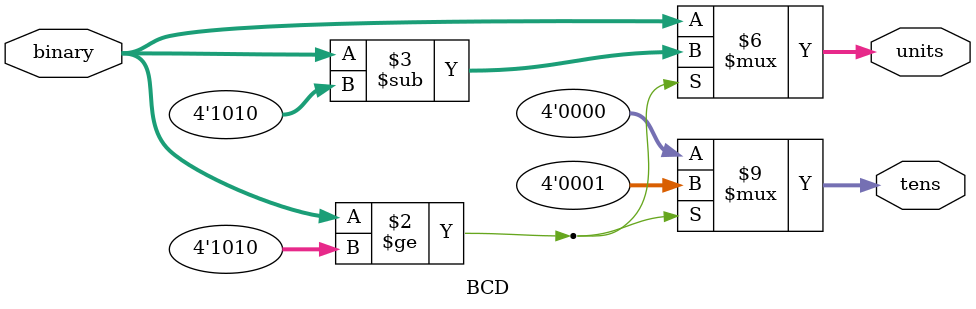
<source format=v>
`timescale 1ns / 1ps


module BCD(input [3:0] binary,
           output reg [3:0]tens,         // tens place (0 or 1)
           output reg [3:0] units); 
           
           initial begin tens = 0;     
           units = 0; end// units place (0 to 9)

    always @(*) begin
        if (binary >= 4'b1010) begin     //binary >= 10
            tens <= 4'b0001;             // binary numbers 10-15 --> tens digit is 1
            units <= binary - 4'b1010;   // Units digit --> subtract 10
        end else begin                   // if binary < 10
            tens = 4'b0000;              // binary numbers 0-9 --> tens digit is 0
            units <= binary;             // Units digit is the same as the binary input
        end
    end

endmodule


</source>
